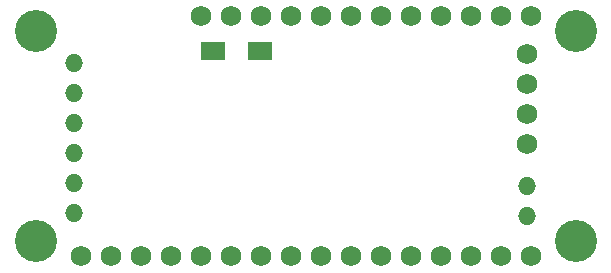
<source format=gbr>
%TF.GenerationSoftware,KiCad,Pcbnew,5.1.9*%
%TF.CreationDate,2021-05-05T23:21:44-05:00*%
%TF.ProjectId,fanfanland,66616e66-616e-46c6-916e-642e6b696361,rev?*%
%TF.SameCoordinates,Original*%
%TF.FileFunction,Soldermask,Bot*%
%TF.FilePolarity,Negative*%
%FSLAX46Y46*%
G04 Gerber Fmt 4.6, Leading zero omitted, Abs format (unit mm)*
G04 Created by KiCad (PCBNEW 5.1.9) date 2021-05-05 23:21:44*
%MOMM*%
%LPD*%
G01*
G04 APERTURE LIST*
%ADD10R,2.000000X1.600000*%
%ADD11O,1.524000X1.524000*%
%ADD12C,1.748000*%
%ADD13C,3.556000*%
G04 APERTURE END LIST*
D10*
%TO.C,C1*%
X63468000Y-51816000D03*
X59468000Y-51816000D03*
%TD*%
D11*
%TO.C,J1*%
X86106000Y-63246000D03*
X86106000Y-65786000D03*
%TD*%
D12*
%TO.C,PS1*%
X86106000Y-59690000D03*
X86106000Y-57150000D03*
X86106000Y-54610000D03*
X86106000Y-52070000D03*
%TD*%
D13*
%TO.C,U1*%
X90185001Y-67945001D03*
X44465001Y-67945001D03*
X90185001Y-50165001D03*
X44465001Y-50165001D03*
D12*
X58435001Y-48895001D03*
X60975001Y-48895001D03*
X63515001Y-48895001D03*
X66055001Y-48895001D03*
X68595001Y-48895001D03*
X71135001Y-48895001D03*
X73675001Y-48895001D03*
X76215001Y-48895001D03*
X78755001Y-48895001D03*
X81295001Y-48895001D03*
X83835001Y-48895001D03*
X86375001Y-48895001D03*
X86375001Y-69215001D03*
X83835001Y-69215001D03*
X81295001Y-69215001D03*
X78755001Y-69215001D03*
X76215001Y-69215001D03*
X73675001Y-69215001D03*
X71135001Y-69215001D03*
X68595001Y-69215001D03*
X66055001Y-69215001D03*
X63515001Y-69215001D03*
X60975001Y-69215001D03*
X58435001Y-69215001D03*
X55895001Y-69215001D03*
X53355001Y-69215001D03*
X50815001Y-69215001D03*
X48275001Y-69215001D03*
%TD*%
D11*
%TO.C,U2*%
X47752000Y-52832000D03*
X47752000Y-55372000D03*
X47752000Y-57912000D03*
X47752000Y-60452000D03*
X47752000Y-62992000D03*
X47752000Y-65532000D03*
%TD*%
M02*

</source>
